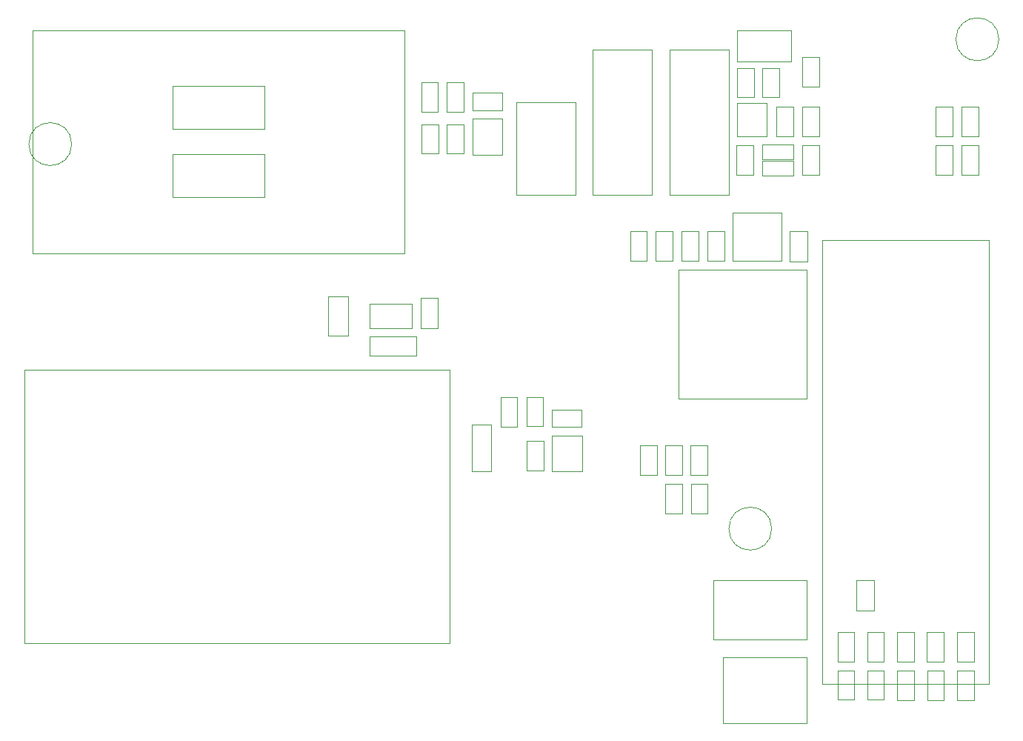
<source format=gbr>
%TF.GenerationSoftware,KiCad,Pcbnew,(6.0.1)*%
%TF.CreationDate,2022-02-17T12:45:48-06:00*%
%TF.ProjectId,IV Curve Tracer,49562043-7572-4766-9520-547261636572,1.2.0*%
%TF.SameCoordinates,PX1b50300PY6843e50*%
%TF.FileFunction,Other,User*%
%FSLAX46Y46*%
G04 Gerber Fmt 4.6, Leading zero omitted, Abs format (unit mm)*
G04 Created by KiCad (PCBNEW (6.0.1)) date 2022-02-17 12:45:48*
%MOMM*%
%LPD*%
G01*
G04 APERTURE LIST*
%ADD10C,0.050000*%
%ADD11C,0.100000*%
%ADD12C,0.120000*%
G04 APERTURE END LIST*
D10*
%TO.C,R9*%
X78231789Y31196646D02*
X78231789Y34556646D01*
X80131789Y34556646D02*
X80131789Y31196646D01*
X80131789Y31196646D02*
X78231789Y31196646D01*
X78231789Y34556646D02*
X80131789Y34556646D01*
%TO.C,L1*%
X88609989Y55627346D02*
X88609989Y61127346D01*
X83009989Y55627346D02*
X88609989Y55627346D01*
X88609989Y61127346D02*
X83009989Y61127346D01*
X83009989Y61127346D02*
X83009989Y55627346D01*
%TO.C,Q1*%
X29484989Y70701120D02*
X29484989Y75611120D01*
X18984989Y75611120D02*
X18984989Y70701120D01*
X18984989Y70701120D02*
X29484989Y70701120D01*
X29484989Y75611120D02*
X18984989Y75611120D01*
%TO.C,R21*%
X85447489Y74344846D02*
X83547489Y74344846D01*
X83547489Y77704846D02*
X85447489Y77704846D01*
X83547489Y74344846D02*
X83547489Y77704846D01*
X85447489Y77704846D02*
X85447489Y74344846D01*
%TO.C,R20*%
X88347489Y77699846D02*
X88347489Y74339846D01*
X86447489Y77699846D02*
X88347489Y77699846D01*
X88347489Y74339846D02*
X86447489Y74339846D01*
X86447489Y74339846D02*
X86447489Y77699846D01*
%TO.C,H3*%
X87484989Y25057346D02*
G75*
G03*
X87484989Y25057346I-2450000J0D01*
G01*
%TO.C,L2*%
X86444989Y67052346D02*
X89944989Y67052346D01*
X86444989Y65352346D02*
X86444989Y67052346D01*
X89944989Y65352346D02*
X86444989Y65352346D01*
X89944989Y67052346D02*
X89944989Y65352346D01*
%TO.C,L3*%
X89929989Y68962346D02*
X89929989Y67262346D01*
X89929989Y67262346D02*
X86429989Y67262346D01*
X86429989Y68962346D02*
X89929989Y68962346D01*
X86429989Y67262346D02*
X86429989Y68962346D01*
%TO.C,R19*%
X91002489Y78902346D02*
X92902489Y78902346D01*
X92902489Y78902346D02*
X92902489Y75542346D01*
X91002489Y75542346D02*
X91002489Y78902346D01*
X92902489Y75542346D02*
X91002489Y75542346D01*
%TO.C,LED1*%
X110599989Y5467346D02*
X108699989Y5467346D01*
X108699989Y8827346D02*
X110599989Y8827346D01*
X108699989Y5467346D02*
X108699989Y8827346D01*
X110599989Y8827346D02*
X110599989Y5467346D01*
%TO.C,J1*%
X91449989Y12367346D02*
X80809989Y12367346D01*
X80809989Y12367346D02*
X80809989Y19137346D01*
X80809989Y19137346D02*
X91449989Y19137346D01*
X91449989Y19137346D02*
X91449989Y12367346D01*
%TO.C,U1*%
X93244989Y58067346D02*
X112284989Y58067346D01*
X112284989Y58067346D02*
X112284989Y7277346D01*
X93244989Y7277346D02*
X93244989Y58067346D01*
X112284989Y7277346D02*
X93244989Y7277346D01*
%TO.C,C11*%
X106197489Y69872346D02*
X106197489Y73272346D01*
X108157489Y73272346D02*
X108157489Y69872346D01*
X106197489Y73272346D02*
X108157489Y73272346D01*
X108157489Y69872346D02*
X106197489Y69872346D01*
%TO.C,C8*%
X111137489Y65452346D02*
X109177489Y65452346D01*
X111137489Y68852346D02*
X111137489Y65452346D01*
X109177489Y65452346D02*
X109177489Y68852346D01*
X109177489Y68852346D02*
X111137489Y68852346D01*
%TO.C,J4*%
X73797489Y79822346D02*
X73797489Y63182346D01*
X73797489Y63182346D02*
X67027489Y63182346D01*
X67027489Y63182346D02*
X67027489Y79822346D01*
X67027489Y79822346D02*
X73797489Y79822346D01*
%TO.C,R16*%
X52244989Y72712346D02*
X50344989Y72712346D01*
X52244989Y76072346D02*
X52244989Y72712346D01*
X50344989Y76072346D02*
X52244989Y76072346D01*
X50344989Y72712346D02*
X50344989Y76072346D01*
%TO.C,JP1*%
X89717489Y81997346D02*
X83567489Y81997346D01*
X83567489Y81997346D02*
X83567489Y78397346D01*
X83567489Y78397346D02*
X89717489Y78397346D01*
X89717489Y78397346D02*
X89717489Y81997346D01*
%TO.C,C15*%
X90967489Y73267346D02*
X92927489Y73267346D01*
X92927489Y73267346D02*
X92927489Y69867346D01*
X92927489Y69867346D02*
X90967489Y69867346D01*
X90967489Y69867346D02*
X90967489Y73267346D01*
%TO.C,Q2*%
X18989989Y67841120D02*
X18989989Y62931120D01*
X29489989Y62931120D02*
X29489989Y67841120D01*
X29489989Y67841120D02*
X18989989Y67841120D01*
X18989989Y62931120D02*
X29489989Y62931120D01*
%TO.C,C9*%
X108167489Y68847346D02*
X108167489Y65447346D01*
X106207489Y65447346D02*
X106207489Y68847346D01*
X106207489Y68847346D02*
X108167489Y68847346D01*
X108167489Y65447346D02*
X106207489Y65447346D01*
%TO.C,R6*%
X76149989Y55654846D02*
X74249989Y55654846D01*
X74249989Y55654846D02*
X74249989Y59014846D01*
X74249989Y59014846D02*
X76149989Y59014846D01*
X76149989Y59014846D02*
X76149989Y55654846D01*
%TO.C,D1*%
X46844989Y44827346D02*
X41544989Y44827346D01*
X41544989Y47027346D02*
X46844989Y47027346D01*
X46844989Y47027346D02*
X46844989Y44827346D01*
X41544989Y44827346D02*
X41544989Y47027346D01*
%TO.C,C13*%
X85427489Y68862346D02*
X85427489Y65462346D01*
X85427489Y65462346D02*
X83467489Y65462346D01*
X83467489Y68862346D02*
X85427489Y68862346D01*
X83467489Y65462346D02*
X83467489Y68862346D01*
%TO.C,R13*%
X61362489Y40093756D02*
X61362489Y36733756D01*
X59462489Y36733756D02*
X59462489Y40093756D01*
X59462489Y40093756D02*
X61362489Y40093756D01*
X61362489Y36733756D02*
X59462489Y36733756D01*
%TO.C,H1*%
X7474989Y68992346D02*
G75*
G03*
X7474989Y68992346I-2450000J0D01*
G01*
%TO.C,C4*%
X77179989Y59072346D02*
X79139989Y59072346D01*
X79139989Y55672346D02*
X77179989Y55672346D01*
X77179989Y55672346D02*
X77179989Y59072346D01*
X79139989Y59072346D02*
X79139989Y55672346D01*
%TO.C,R18*%
X49359989Y72697346D02*
X47459989Y72697346D01*
X47459989Y72697346D02*
X47459989Y76057346D01*
X49359989Y76057346D02*
X49359989Y72697346D01*
X47459989Y76057346D02*
X49359989Y76057346D01*
%TO.C,U7*%
X83552489Y73707346D02*
X83552489Y69867346D01*
X86952489Y69867346D02*
X86952489Y73707346D01*
X83552489Y69867346D02*
X86952489Y69867346D01*
X86952489Y73707346D02*
X83552489Y73707346D01*
D11*
%TO.C,J2*%
X50699989Y11986120D02*
X2119989Y11986120D01*
X2119989Y11986120D02*
X2119989Y43236120D01*
X2119989Y43236120D02*
X50699989Y43236120D01*
X50699989Y43236120D02*
X50699989Y11986120D01*
D10*
%TO.C,R2*%
X107134989Y9837346D02*
X105234989Y9837346D01*
X105234989Y13197346D02*
X107134989Y13197346D01*
X107134989Y13197346D02*
X107134989Y9837346D01*
X105234989Y9837346D02*
X105234989Y13197346D01*
%TO.C,R5*%
X103729989Y13207346D02*
X103729989Y9847346D01*
X101829989Y13207346D02*
X103729989Y13207346D01*
X101829989Y9847346D02*
X101829989Y13207346D01*
X103729989Y9847346D02*
X101829989Y9847346D01*
%TO.C,J3*%
X82562489Y79812346D02*
X82562489Y63172346D01*
X75792489Y63172346D02*
X75792489Y79812346D01*
X75792489Y79812346D02*
X82562489Y79812346D01*
X82562489Y63172346D02*
X75792489Y63172346D01*
%TO.C,HS1*%
X2989989Y82001120D02*
X2989989Y56501120D01*
X45489989Y56501120D02*
X2989989Y56501120D01*
X2989989Y82001120D02*
X45489989Y82001120D01*
X45489989Y56501120D02*
X45489989Y82001120D01*
%TO.C,C12*%
X90967489Y68862346D02*
X92927489Y68862346D01*
X92927489Y65462346D02*
X90967489Y65462346D01*
X90967489Y65462346D02*
X90967489Y68862346D01*
X92927489Y68862346D02*
X92927489Y65462346D01*
%TO.C,C14*%
X88007489Y73272346D02*
X89967489Y73272346D01*
X89967489Y69872346D02*
X88007489Y69872346D01*
X88007489Y69872346D02*
X88007489Y73272346D01*
X89967489Y73272346D02*
X89967489Y69872346D01*
%TO.C,LED3*%
X95019989Y5489846D02*
X95019989Y8849846D01*
X96919989Y5489846D02*
X95019989Y5489846D01*
X95019989Y8849846D02*
X96919989Y8849846D01*
X96919989Y8849846D02*
X96919989Y5489846D01*
%TO.C,U4*%
X62397489Y31583756D02*
X65797489Y31583756D01*
X65797489Y35683756D02*
X62397489Y35683756D01*
X65797489Y31583756D02*
X65797489Y35683756D01*
X62397489Y35683756D02*
X62397489Y31583756D01*
%TO.C,R8*%
X77241789Y34556646D02*
X77241789Y31196646D01*
X75341789Y31196646D02*
X75341789Y34556646D01*
X77241789Y31196646D02*
X75341789Y31196646D01*
X75341789Y34556646D02*
X77241789Y34556646D01*
%TO.C,C3*%
X82079989Y59052346D02*
X82079989Y55652346D01*
X80119989Y59052346D02*
X82079989Y59052346D01*
X82079989Y55652346D02*
X80119989Y55652346D01*
X80119989Y55652346D02*
X80119989Y59052346D01*
%TO.C,LED2*%
X107144989Y8827346D02*
X107144989Y5467346D01*
X105244989Y5467346D02*
X105244989Y8827346D01*
X105244989Y8827346D02*
X107144989Y8827346D01*
X107144989Y5467346D02*
X105244989Y5467346D01*
%TO.C,D2*%
X53242489Y36901256D02*
X55442489Y36901256D01*
X53242489Y31601256D02*
X53242489Y36901256D01*
X55442489Y31601256D02*
X53242489Y31601256D01*
X55442489Y36901256D02*
X55442489Y31601256D01*
%TO.C,C10*%
X109202489Y69877346D02*
X109202489Y73277346D01*
X111162489Y69877346D02*
X109202489Y69877346D01*
X109202489Y73277346D02*
X111162489Y73277346D01*
X111162489Y73277346D02*
X111162489Y69877346D01*
%TO.C,R15*%
X58404989Y40066256D02*
X58404989Y36706256D01*
X58404989Y36706256D02*
X56504989Y36706256D01*
X56504989Y40066256D02*
X58404989Y40066256D01*
X56504989Y36706256D02*
X56504989Y40066256D01*
%TO.C,C7*%
X53299989Y72874846D02*
X53299989Y74834846D01*
X53299989Y74834846D02*
X56699989Y74834846D01*
X56699989Y74834846D02*
X56699989Y72874846D01*
X56699989Y72874846D02*
X53299989Y72874846D01*
%TO.C,U3*%
X46359989Y47967346D02*
X41559989Y47967346D01*
X46359989Y47967346D02*
X46359989Y50767346D01*
X46359989Y50767346D02*
X41559989Y50767346D01*
X41559989Y50767346D02*
X41559989Y47967346D01*
%TO.C,R4*%
X100314989Y9859846D02*
X98414989Y9859846D01*
X98414989Y13219846D02*
X100314989Y13219846D01*
X98414989Y9859846D02*
X98414989Y13219846D01*
X100314989Y13219846D02*
X100314989Y9859846D01*
%TO.C,R7*%
X74341789Y34556646D02*
X74341789Y31196646D01*
X72441789Y34556646D02*
X74341789Y34556646D01*
X74341789Y31196646D02*
X72441789Y31196646D01*
X72441789Y31196646D02*
X72441789Y34556646D01*
%TO.C,U5*%
X53299989Y71879846D02*
X53299989Y67779846D01*
X56699989Y67779846D02*
X56699989Y71879846D01*
X53299989Y67779846D02*
X56699989Y67779846D01*
X56699989Y71879846D02*
X53299989Y71879846D01*
%TO.C,R22*%
X49389989Y71267346D02*
X49389989Y67907346D01*
X47489989Y71267346D02*
X49389989Y71267346D01*
X49389989Y67907346D02*
X47489989Y67907346D01*
X47489989Y67907346D02*
X47489989Y71267346D01*
%TO.C,R12*%
X36824989Y51626120D02*
X39064989Y51626120D01*
X36824989Y47066120D02*
X36824989Y51626120D01*
X39064989Y51626120D02*
X39064989Y47066120D01*
X39064989Y47066120D02*
X36824989Y47066120D01*
%TO.C,LED5*%
X103739989Y5477346D02*
X101839989Y5477346D01*
X101839989Y8837346D02*
X103739989Y8837346D01*
X101839989Y5477346D02*
X101839989Y8837346D01*
X103739989Y8837346D02*
X103739989Y5477346D01*
%TO.C,R3*%
X96904989Y9859846D02*
X95004989Y9859846D01*
X95004989Y9859846D02*
X95004989Y13219846D01*
X95004989Y13219846D02*
X96904989Y13219846D01*
X96904989Y13219846D02*
X96904989Y9859846D01*
%TO.C,C6*%
X62387489Y36701256D02*
X62387489Y38661256D01*
X65787489Y38661256D02*
X65787489Y36701256D01*
X62387489Y38661256D02*
X65787489Y38661256D01*
X65787489Y36701256D02*
X62387489Y36701256D01*
%TO.C,H2*%
X113444989Y80967346D02*
G75*
G03*
X113444989Y80967346I-2450000J0D01*
G01*
%TO.C,LED6*%
X73239989Y58999846D02*
X73239989Y55639846D01*
X71339989Y55639846D02*
X71339989Y58999846D01*
X73239989Y55639846D02*
X71339989Y55639846D01*
X71339989Y58999846D02*
X73239989Y58999846D01*
%TO.C,R17*%
X52264989Y71262346D02*
X52264989Y67902346D01*
X50364989Y67902346D02*
X50364989Y71262346D01*
X50364989Y71262346D02*
X52264989Y71262346D01*
X52264989Y67902346D02*
X50364989Y67902346D01*
%TO.C,R10*%
X75326789Y26824146D02*
X75326789Y30184146D01*
X75326789Y30184146D02*
X77226789Y30184146D01*
X77226789Y30184146D02*
X77226789Y26824146D01*
X77226789Y26824146D02*
X75326789Y26824146D01*
%TO.C,R14*%
X61394989Y31731256D02*
X59494989Y31731256D01*
X61394989Y35091256D02*
X61394989Y31731256D01*
X59494989Y35091256D02*
X61394989Y35091256D01*
X59494989Y31731256D02*
X59494989Y35091256D01*
%TO.C,J5*%
X58295000Y63155000D02*
X58295000Y73795000D01*
X65065000Y73795000D02*
X65065000Y63155000D01*
X58295000Y73795000D02*
X65065000Y73795000D01*
X65065000Y63155000D02*
X58295000Y63155000D01*
%TO.C,C1*%
X97194989Y19132346D02*
X99154989Y19132346D01*
X99154989Y15732346D02*
X97194989Y15732346D01*
X97194989Y15732346D02*
X97194989Y19132346D01*
X99154989Y19132346D02*
X99154989Y15732346D01*
%TO.C,C2*%
X89569989Y59012346D02*
X91529989Y59012346D01*
X91529989Y55612346D02*
X89569989Y55612346D01*
X91529989Y59012346D02*
X91529989Y55612346D01*
X89569989Y55612346D02*
X89569989Y59012346D01*
%TO.C,R1*%
X108689989Y9837346D02*
X108689989Y13197346D01*
X110589989Y9837346D02*
X108689989Y9837346D01*
X110589989Y13197346D02*
X110589989Y9837346D01*
X108689989Y13197346D02*
X110589989Y13197346D01*
D12*
%TO.C,U2*%
X91504989Y54632346D02*
X76804989Y54632346D01*
X76804989Y54632346D02*
X76804989Y39932346D01*
X76804989Y39932346D02*
X91504989Y39932346D01*
X91504989Y39932346D02*
X91504989Y54632346D01*
D10*
%TO.C,R11*%
X78246789Y26824146D02*
X78246789Y30184146D01*
X80146789Y26824146D02*
X78246789Y26824146D01*
X78246789Y30184146D02*
X80146789Y30184146D01*
X80146789Y30184146D02*
X80146789Y26824146D01*
%TO.C,SW1*%
X82194989Y10332346D02*
X81944989Y10332346D01*
X82194989Y2832346D02*
X81944989Y2832346D01*
X91444989Y10332346D02*
X91194989Y10332346D01*
X91444989Y10082346D02*
X91444989Y10332346D01*
X91444989Y2832346D02*
X91194989Y2832346D01*
X82194989Y10332346D02*
X91194989Y10332346D01*
X91194989Y2832346D02*
X82194989Y2832346D01*
X91444989Y10082346D02*
X91444989Y3082346D01*
X91444989Y3082346D02*
X91444989Y2832346D01*
X81944989Y2832346D02*
X81944989Y3082346D01*
X81944989Y3082346D02*
X81944989Y10082346D01*
X81944989Y10332346D02*
X81944989Y10082346D01*
%TO.C,LED4*%
X100324989Y8849846D02*
X100324989Y5489846D01*
X98424989Y5489846D02*
X98424989Y8849846D01*
X100324989Y5489846D02*
X98424989Y5489846D01*
X98424989Y8849846D02*
X100324989Y8849846D01*
%TO.C,C5*%
X49304989Y51382346D02*
X49304989Y47982346D01*
X47344989Y51382346D02*
X49304989Y51382346D01*
X49304989Y47982346D02*
X47344989Y47982346D01*
X47344989Y47982346D02*
X47344989Y51382346D01*
%TD*%
M02*

</source>
